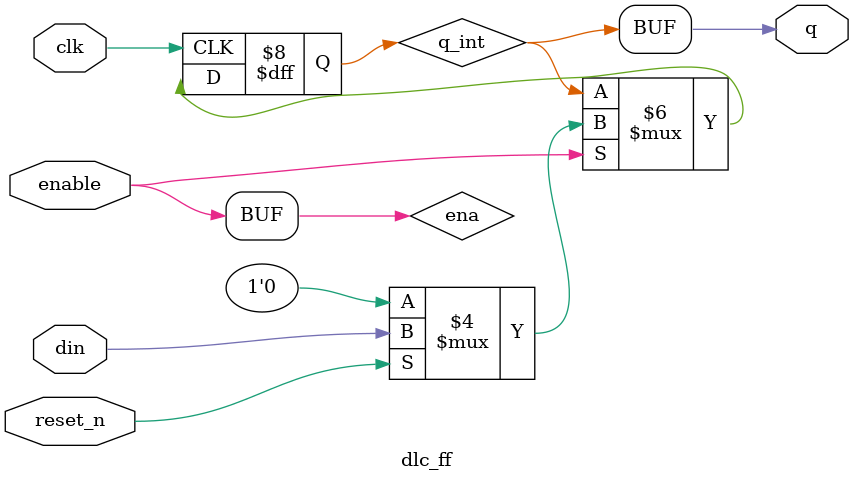
<source format=v>
`timescale 100ps/10ps
module dlc_ff #(
parameter             width = 1,
parameter [width-1:0] rstv  = 0
)
(
input 	              clk,
input 	              reset_n,
input 	              enable,
input  [width-1:0]    din,
output [width-1:0]    q
 );
   

wire               ena  ;
reg [width-1:0]    q_int;

// this assignment is needed for synthesis
assign ena = enable;

// *** async reset on flip flop ***   
// always@(posedge clk or negedge reset_n)
// begin
//   if (~reset_n) q_int <= rstv;
//   else if (ena) q_int <= din;
// end 

//  test // *** sync reset on flip flop ***   
//  test always@(posedge clk && ena)
//  test begin
//  test   if (~reset_n) q_int <= rstv;
//  test   else q_int <= din;
//  test end 
//  orig // *** sync reset on flip flop ***   
//  orig always@(posedge clk)
//  orig begin
//  orig   if (~reset_n) q_int <= rstv;
//  orig   else if (ena) q_int <= din;
//  orig end 
   
  
// *** sync reset on flip flop ***   
always@(posedge clk)
begin
  if (ena) begin
      if (~reset_n) q_int <= rstv;
      else q_int <= din;
  end
end 
   
// *** no reset on flip flop ***   
//always@(posedge clk)
//begin
//  if (ena) q_int <= din;
//end 
   
assign q = q_int;
   
endmodule // dlc_ff

</source>
